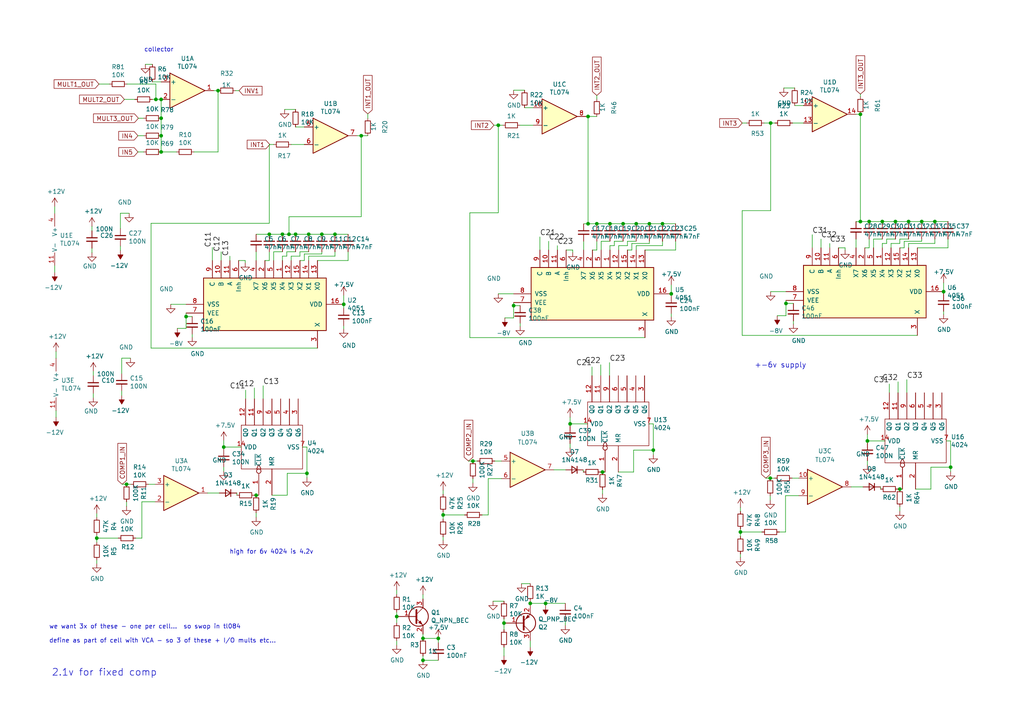
<source format=kicad_sch>
(kicad_sch (version 20211123) (generator eeschema)
  (paper "A4")
  (junction (at 97.155 67.945))
  (junction (at 45.212 28.829))
  (junction (at 194.691 85.217))
  (junction (at 148.971 88.646))
  (junction (at 189.484 130.556))
  (junction (at 144.526 36.322))
  (junction (at 273.685 84.582))
  (junction (at 176.911 64.897))
  (junction (at 227.965 88.011))
  (junction (at 174.752 136.906))
  (junction (at 89.027 137.287))
  (junction (at 128.524 149.352))
  (junction (at 192.151 64.897))
  (junction (at 263.525 64.262))
  (junction (at 158.242 175.006))
  (junction (at 99.695 88.265))
  (junction (at 223.393 138.684))
  (junction (at 64.897 129.667))
  (junction (at 252.095 64.262))
  (junction (at 249.555 64.262))
  (junction (at 275.717 135.509))
  (junction (at 251.587 127.889))
  (junction (at 165.354 122.936))
  (junction (at 188.341 64.897))
  (junction (at 260.985 141.859))
  (junction (at 46.736 44.069))
  (junction (at 214.757 154.305))
  (junction (at 153.797 175.006))
  (junction (at 85.725 67.945))
  (junction (at 267.335 64.262))
  (junction (at 115.062 178.816))
  (junction (at 63.246 26.289))
  (junction (at 74.295 143.637))
  (junction (at 146.177 180.721))
  (junction (at 170.561 33.782))
  (junction (at 180.721 64.897))
  (junction (at 122.682 191.516))
  (junction (at 89.535 67.945))
  (junction (at 46.736 28.829))
  (junction (at 137.16 133.731))
  (junction (at 271.145 64.262))
  (junction (at 122.682 185.166))
  (junction (at 53.975 91.821))
  (junction (at 249.555 33.147))
  (junction (at 46.736 34.29))
  (junction (at 28.067 156.083))
  (junction (at 255.905 64.262))
  (junction (at 78.105 67.945))
  (junction (at 184.531 64.897))
  (junction (at 46.736 39.37))
  (junction (at 259.715 64.262))
  (junction (at 93.345 67.945))
  (junction (at 36.703 140.462))
  (junction (at 170.561 64.897))
  (junction (at 81.915 67.945))
  (junction (at 223.52 35.687))
  (junction (at 83.82 67.945))
  (junction (at 173.101 64.897))
  (junction (at 127.127 185.166))
  (junction (at 104.775 39.37))
  (wire (pts (xy 103.505 39.37) (xy 104.775 39.37)))
  (wire (pts (xy 64.897 129.667) (xy 64.897 130.302)))
  (wire (pts (xy 180.721 64.897) (xy 176.911 64.897)))
  (wire (pts (xy 187.071 72.517) (xy 195.961 72.517)))
  (wire (pts (xy 215.265 35.687) (xy 216.535 35.687)))
  (wire (pts (xy 71.247 115.697) (xy 71.247 113.157)))
  (wire (pts (xy 56.261 44.069) (xy 63.246 44.069)))
  (wire (pts (xy 46.736 34.29) (xy 46.736 39.37)))
  (wire (pts (xy 227.965 88.011) (xy 230.124 88.011)))
  (wire (pts (xy 214.757 160.655) (xy 214.757 161.671)))
  (wire (pts (xy 115.062 185.801) (xy 115.062 187.071)))
  (wire (pts (xy 240.665 71.882) (xy 240.665 70.612)))
  (wire (pts (xy 92.075 75.565) (xy 100.965 75.565)))
  (wire (pts (xy 260.985 146.939) (xy 260.985 148.209)))
  (wire (pts (xy 251.587 133.604) (xy 251.587 134.874)))
  (wire (pts (xy 174.752 136.906) (xy 175.514 136.906)))
  (wire (pts (xy 128.524 149.352) (xy 128.524 150.622)))
  (wire (pts (xy 86.995 74.295) (xy 86.995 73.025)))
  (wire (pts (xy 169.291 72.517) (xy 169.291 69.977)))
  (wire (pts (xy 115.062 177.546) (xy 115.062 178.816)))
  (wire (pts (xy 229.743 138.684) (xy 231.648 138.684)))
  (wire (pts (xy 93.345 73.66) (xy 93.345 73.025)))
  (wire (pts (xy 183.769 136.906) (xy 183.769 130.556)))
  (wire (pts (xy 79.375 75.565) (xy 79.375 73.025)))
  (wire (pts (xy 63.246 44.069) (xy 63.246 26.289)))
  (wire (pts (xy 174.371 69.977) (xy 176.911 69.977)))
  (wire (pts (xy 248.285 33.147) (xy 249.555 33.147)))
  (wire (pts (xy 174.371 72.517) (xy 174.371 69.977)))
  (wire (pts (xy 251.587 125.984) (xy 251.587 127.889)))
  (wire (pts (xy 78.105 64.77) (xy 78.105 41.91)))
  (wire (pts (xy 60.198 143.002) (xy 63.627 143.002)))
  (wire (pts (xy 42.164 18.669) (xy 44.196 18.669)))
  (wire (pts (xy 270.002 141.859) (xy 270.002 135.509)))
  (wire (pts (xy 89.535 75.565) (xy 89.535 74.295)))
  (wire (pts (xy 250.825 71.882) (xy 252.095 71.882)))
  (wire (pts (xy 66.675 75.565) (xy 66.675 74.295)))
  (wire (pts (xy 84.455 75.565) (xy 84.455 74.295)))
  (wire (pts (xy 78.105 75.565) (xy 78.105 73.025)))
  (wire (pts (xy 143.002 174.371) (xy 146.177 174.371)))
  (wire (pts (xy 99.695 88.265) (xy 99.695 89.408)))
  (wire (pts (xy 273.685 84.582) (xy 273.685 82.042)))
  (wire (pts (xy 223.52 61.087) (xy 223.52 35.687)))
  (wire (pts (xy 223.52 35.687) (xy 224.79 35.687)))
  (wire (pts (xy 164.211 72.517) (xy 166.116 72.517)))
  (wire (pts (xy 144.526 36.322) (xy 145.796 36.322)))
  (wire (pts (xy 214.757 153.416) (xy 214.757 154.305)))
  (wire (pts (xy 41.148 156.083) (xy 41.148 145.542)))
  (wire (pts (xy 146.177 179.451) (xy 146.177 180.721)))
  (wire (pts (xy 260.477 141.859) (xy 260.985 141.859)))
  (wire (pts (xy 273.685 90.297) (xy 273.685 91.186)))
  (wire (pts (xy 35.306 113.411) (xy 35.306 114.681)))
  (wire (pts (xy 87.757 129.667) (xy 89.027 129.667)))
  (wire (pts (xy 227.33 25.527) (xy 230.505 25.527)))
  (wire (pts (xy 86.995 73.025) (xy 89.535 73.025)))
  (wire (pts (xy 43.815 100.965) (xy 43.815 64.77)))
  (wire (pts (xy 173.101 72.517) (xy 173.101 69.977)))
  (wire (pts (xy 184.531 64.897) (xy 180.721 64.897)))
  (wire (pts (xy 122.682 172.466) (xy 122.682 173.736)))
  (wire (pts (xy 89.535 74.295) (xy 97.155 74.295)))
  (wire (pts (xy 146.177 180.721) (xy 146.177 182.626)))
  (wire (pts (xy 263.525 70.612) (xy 271.145 70.612)))
  (wire (pts (xy 71.12 75.565) (xy 71.12 76.2)))
  (wire (pts (xy 122.682 191.516) (xy 127.127 191.516)))
  (wire (pts (xy 35.306 108.331) (xy 35.306 103.886)))
  (wire (pts (xy 136.271 61.722) (xy 144.526 61.722)))
  (wire (pts (xy 83.185 73.025) (xy 85.725 73.025)))
  (wire (pts (xy 16.256 101.981) (xy 16.256 103.886)))
  (wire (pts (xy 137.16 133.731) (xy 138.43 133.731)))
  (wire (pts (xy 73.787 143.637) (xy 74.295 143.637)))
  (wire (pts (xy 28.067 156.083) (xy 28.067 157.353)))
  (wire (pts (xy 223.52 84.582) (xy 227.965 84.582)))
  (wire (pts (xy 128.524 155.702) (xy 128.524 156.718)))
  (wire (pts (xy 267.335 64.262) (xy 263.525 64.262)))
  (wire (pts (xy 27.051 114.046) (xy 27.051 115.316)))
  (wire (pts (xy 265.557 141.859) (xy 270.002 141.859)))
  (wire (pts (xy 255.397 141.224) (xy 255.397 141.859)))
  (wire (pts (xy 260.985 69.342) (xy 263.525 69.342)))
  (wire (pts (xy 74.295 143.637) (xy 75.057 143.637)))
  (wire (pts (xy 273.685 84.582) (xy 273.685 85.217)))
  (wire (pts (xy 194.691 85.217) (xy 194.691 85.852)))
  (wire (pts (xy 189.484 122.936) (xy 189.484 130.556)))
  (wire (pts (xy 86.995 75.565) (xy 88.265 75.565)))
  (wire (pts (xy 83.312 137.287) (xy 89.027 137.287)))
  (wire (pts (xy 93.345 67.945) (xy 89.535 67.945)))
  (wire (pts (xy 179.451 72.517) (xy 179.451 71.247)))
  (wire (pts (xy 99.695 94.488) (xy 99.695 95.377)))
  (wire (pts (xy 78.105 67.945) (xy 74.295 67.945)))
  (wire (pts (xy 34.925 66.294) (xy 34.925 61.849)))
  (wire (pts (xy 178.181 71.247) (xy 178.181 69.977)))
  (wire (pts (xy 39.116 28.829) (xy 36.068 28.829)))
  (wire (pts (xy 188.341 70.612) (xy 188.341 69.977)))
  (wire (pts (xy 171.831 72.517) (xy 173.101 72.517)))
  (wire (pts (xy 173.101 27.686) (xy 173.101 28.702)))
  (wire (pts (xy 76.835 75.565) (xy 78.105 75.565)))
  (wire (pts (xy 259.715 64.262) (xy 255.905 64.262)))
  (wire (pts (xy 43.053 140.462) (xy 44.958 140.462)))
  (wire (pts (xy 253.365 69.342) (xy 255.905 69.342)))
  (wire (pts (xy 249.555 27.305) (xy 249.555 28.067)))
  (wire (pts (xy 61.595 75.565) (xy 61.595 71.755)))
  (wire (pts (xy 194.691 90.932) (xy 194.691 91.821)))
  (wire (pts (xy 153.797 187.706) (xy 153.797 185.801)))
  (wire (pts (xy 115.062 171.196) (xy 115.062 172.466)))
  (wire (pts (xy 79.375 73.025) (xy 81.915 73.025)))
  (wire (pts (xy 28.067 162.433) (xy 28.067 163.449)))
  (wire (pts (xy 148.971 88.646) (xy 150.876 88.646)))
  (wire (pts (xy 128.524 148.463) (xy 128.524 149.352)))
  (wire (pts (xy 104.775 39.37) (xy 104.775 62.865)))
  (wire (pts (xy 73.787 115.697) (xy 73.787 112.522)))
  (wire (pts (xy 41.656 44.069) (xy 40.005 44.069)))
  (wire (pts (xy 154.686 31.242) (xy 152.146 31.242)))
  (wire (pts (xy 257.937 113.919) (xy 257.937 111.379)))
  (wire (pts (xy 249.555 33.147) (xy 249.555 64.262)))
  (wire (pts (xy 170.561 64.897) (xy 169.291 64.897)))
  (wire (pts (xy 258.445 70.612) (xy 260.985 70.612)))
  (wire (pts (xy 146.431 92.202) (xy 148.971 92.202)))
  (wire (pts (xy 153.797 175.006) (xy 153.797 174.371)))
  (wire (pts (xy 46.736 44.069) (xy 51.181 44.069)))
  (wire (pts (xy 221.615 35.687) (xy 223.52 35.687)))
  (wire (pts (xy 153.797 175.006) (xy 158.242 175.006)))
  (wire (pts (xy 169.164 136.271) (xy 169.164 136.906)))
  (wire (pts (xy 171.704 108.966) (xy 171.704 106.426)))
  (wire (pts (xy 69.215 75.565) (xy 71.12 75.565)))
  (wire (pts (xy 225.425 91.567) (xy 227.965 91.567)))
  (wire (pts (xy 257.175 69.342) (xy 259.715 69.342)))
  (wire (pts (xy 181.991 69.977) (xy 184.531 69.977)))
  (wire (pts (xy 165.354 122.936) (xy 165.354 123.571)))
  (wire (pts (xy 106.68 33.02) (xy 106.68 34.29)))
  (wire (pts (xy 223.393 138.684) (xy 224.663 138.684)))
  (wire (pts (xy 178.181 69.977) (xy 180.721 69.977)))
  (wire (pts (xy 184.531 72.517) (xy 184.531 71.247)))
  (wire (pts (xy 64.897 127.762) (xy 64.897 129.667)))
  (wire (pts (xy 46.736 23.749) (xy 44.196 23.749)))
  (wire (pts (xy 122.682 190.246) (xy 122.682 191.516)))
  (wire (pts (xy 192.151 64.897) (xy 188.341 64.897)))
  (wire (pts (xy 214.757 147.193) (xy 214.757 148.336)))
  (wire (pts (xy 243.205 71.882) (xy 245.11 71.882)))
  (wire (pts (xy 28.067 155.194) (xy 28.067 156.083)))
  (wire (pts (xy 137.16 138.811) (xy 137.16 140.081)))
  (wire (pts (xy 136.271 97.917) (xy 136.271 61.722)))
  (wire (pts (xy 251.587 127.889) (xy 256.667 127.889)))
  (wire (pts (xy 88.265 73.66) (xy 93.345 73.66)))
  (wire (pts (xy 41.656 39.37) (xy 40.005 39.37)))
  (wire (pts (xy 141.605 149.352) (xy 141.605 138.811)))
  (wire (pts (xy 230.505 30.607) (xy 233.045 30.607)))
  (wire (pts (xy 215.265 61.087) (xy 223.52 61.087)))
  (wire (pts (xy 99.695 85.725) (xy 99.695 88.265)))
  (wire (pts (xy 49.53 88.265) (xy 53.975 88.265)))
  (wire (pts (xy 252.095 64.262) (xy 249.555 64.262)))
  (wire (pts (xy 271.145 70.612) (xy 271.145 69.342)))
  (wire (pts (xy 28.067 148.971) (xy 28.067 150.114)))
  (wire (pts (xy 68.326 26.289) (xy 69.342 26.289)))
  (wire (pts (xy 127.127 185.166) (xy 127.127 186.436)))
  (wire (pts (xy 74.295 75.565) (xy 74.295 73.025)))
  (wire (pts (xy 43.815 64.77) (xy 78.105 64.77)))
  (wire (pts (xy 176.784 108.966) (xy 176.784 105.156)))
  (wire (pts (xy 81.915 74.295) (xy 83.185 74.295)))
  (wire (pts (xy 151.257 169.291) (xy 153.797 169.291)))
  (wire (pts (xy 222.123 138.684) (xy 223.393 138.684)))
  (wire (pts (xy 263.525 64.262) (xy 259.715 64.262)))
  (wire (pts (xy 253.365 71.882) (xy 253.365 69.342)))
  (wire (pts (xy 83.82 62.865) (xy 104.775 62.865)))
  (wire (pts (xy 35.306 103.886) (xy 37.846 103.886)))
  (wire (pts (xy 97.155 67.945) (xy 93.345 67.945)))
  (wire (pts (xy 188.341 64.897) (xy 184.531 64.897)))
  (wire (pts (xy 128.524 149.352) (xy 134.747 149.352)))
  (wire (pts (xy 161.671 72.517) (xy 161.671 71.247)))
  (wire (pts (xy 61.976 26.289) (xy 63.246 26.289)))
  (wire (pts (xy 266.065 71.882) (xy 274.955 71.882)))
  (wire (pts (xy 150.876 36.322) (xy 154.686 36.322)))
  (wire (pts (xy 195.961 64.897) (xy 192.151 64.897)))
  (wire (pts (xy 41.656 34.29) (xy 40.132 34.29)))
  (wire (pts (xy 44.196 28.829) (xy 45.212 28.829)))
  (wire (pts (xy 248.285 71.882) (xy 248.285 69.342)))
  (wire (pts (xy 252.095 71.882) (xy 252.095 69.342)))
  (wire (pts (xy 160.655 136.271) (xy 164.084 136.271)))
  (wire (pts (xy 83.82 67.945) (xy 81.915 67.945)))
  (wire (pts (xy 270.002 135.509) (xy 275.717 135.509)))
  (wire (pts (xy 174.752 141.986) (xy 174.752 143.256)))
  (wire (pts (xy 246.888 141.224) (xy 250.317 141.224)))
  (wire (pts (xy 251.587 127.889) (xy 251.587 128.524)))
  (wire (pts (xy 45.212 24.384) (xy 45.212 28.829)))
  (wire (pts (xy 258.445 71.882) (xy 258.445 70.612)))
  (wire (pts (xy 115.062 178.816) (xy 115.062 180.721)))
  (wire (pts (xy 214.757 154.305) (xy 214.757 155.575)))
  (wire (pts (xy 68.707 143.002) (xy 68.707 143.637)))
  (wire (pts (xy 173.101 64.897) (xy 170.561 64.897)))
  (wire (pts (xy 223.393 143.764) (xy 223.393 145.034)))
  (wire (pts (xy 78.867 143.637) (xy 83.312 143.637)))
  (wire (pts (xy 53.975 91.821) (xy 55.753 91.821)))
  (wire (pts (xy 257.175 70.612) (xy 257.175 69.342)))
  (wire (pts (xy 184.531 71.247) (xy 192.151 71.247)))
  (wire (pts (xy 226.06 154.305) (xy 227.838 154.305)))
  (wire (pts (xy 227.838 143.764) (xy 231.648 143.764)))
  (wire (pts (xy 227.965 88.011) (xy 227.965 91.567)))
  (wire (pts (xy 227.965 87.122) (xy 227.965 88.011)))
  (wire (pts (xy 189.484 130.556) (xy 189.484 131.826)))
  (wire (pts (xy 46.736 39.37) (xy 46.736 44.069)))
  (wire (pts (xy 245.11 71.882) (xy 245.11 72.517)))
  (wire (pts (xy 88.265 36.83) (xy 85.725 36.83)))
  (wire (pts (xy 214.757 154.305) (xy 220.98 154.305)))
  (wire (pts (xy 183.261 72.517) (xy 183.261 70.612)))
  (wire (pts (xy 275.717 135.509) (xy 275.717 136.779)))
  (wire (pts (xy 82.55 31.75) (xy 85.725 31.75)))
  (wire (pts (xy 81.915 75.565) (xy 81.915 74.295)))
  (wire (pts (xy 16.256 119.126) (xy 16.256 121.031)))
  (wire (pts (xy 150.876 93.726) (xy 150.876 94.615)))
  (wire (pts (xy 46.736 28.829) (xy 46.736 34.29)))
  (wire (pts (xy 262.255 71.882) (xy 262.255 69.977)))
  (wire (pts (xy 174.244 108.966) (xy 174.244 105.791)))
  (wire (pts (xy 27.051 107.696) (xy 27.051 108.966)))
  (wire (pts (xy 141.605 138.811) (xy 145.415 138.811)))
  (wire (pts (xy 229.87 35.687) (xy 233.045 35.687)))
  (wire (pts (xy 88.265 75.565) (xy 88.265 73.66)))
  (wire (pts (xy 89.535 67.945) (xy 85.725 67.945)))
  (wire (pts (xy 136.271 97.917) (xy 187.071 97.917)))
  (wire (pts (xy 165.354 128.651) (xy 165.354 129.921)))
  (wire (pts (xy 249.555 64.262) (xy 248.285 64.262)))
  (wire (pts (xy 26.67 72.009) (xy 26.67 73.279)))
  (wire (pts (xy 275.717 127.889) (xy 275.717 135.509)))
  (wire (pts (xy 81.915 67.945) (xy 78.105 67.945)))
  (wire (pts (xy 39.37 156.083) (xy 41.148 156.083)))
  (wire (pts (xy 89.027 129.667) (xy 89.027 137.287)))
  (wire (pts (xy 176.911 72.517) (xy 176.911 71.247)))
  (wire (pts (xy 156.591 72.517) (xy 156.591 68.707)))
  (wire (pts (xy 163.957 181.356) (xy 163.957 180.086)))
  (wire (pts (xy 227.838 154.305) (xy 227.838 143.764)))
  (wire (pts (xy 148.971 88.646) (xy 148.971 92.202)))
  (wire (pts (xy 76.327 115.697) (xy 76.327 111.887)))
  (wire (pts (xy 194.691 85.217) (xy 194.691 82.677)))
  (wire (pts (xy 192.151 71.247) (xy 192.151 69.977)))
  (wire (pts (xy 176.911 64.897) (xy 173.101 64.897)))
  (wire (pts (xy 64.897 129.667) (xy 69.977 129.667)))
  (wire (pts (xy 260.985 71.882) (xy 262.255 71.882)))
  (wire (pts (xy 122.682 183.896) (xy 122.682 185.166)))
  (wire (pts (xy 36.83 24.384) (xy 45.212 24.384)))
  (wire (pts (xy 34.925 71.374) (xy 34.925 72.644)))
  (wire (pts (xy 34.925 61.849) (xy 37.465 61.849)))
  (wire (pts (xy 260.985 141.859) (xy 261.747 141.859)))
  (wire (pts (xy 104.775 39.37) (xy 106.68 39.37)))
  (wire (pts (xy 148.971 26.162) (xy 152.146 26.162)))
  (wire (pts (xy 100.965 67.945) (xy 97.155 67.945)))
  (wire (pts (xy 97.155 74.295) (xy 97.155 73.025)))
  (wire (pts (xy 158.242 175.006) (xy 158.242 175.641)))
  (wire (pts (xy 274.447 127.889) (xy 275.717 127.889)))
  (wire (pts (xy 26.67 65.659) (xy 26.67 66.929)))
  (wire (pts (xy 263.525 71.882) (xy 263.525 70.612)))
  (wire (pts (xy 89.027 137.287) (xy 89.027 138.557)))
  (wire (pts (xy 78.105 41.91) (xy 79.375 41.91)))
  (wire (pts (xy 165.354 122.936) (xy 170.434 122.936)))
  (wire (pts (xy 260.477 113.919) (xy 260.477 110.744)))
  (wire (pts (xy 74.295 148.717) (xy 74.295 149.987)))
  (wire (pts (xy 83.82 62.865) (xy 83.82 67.945)))
  (wire (pts (xy 28.067 156.083) (xy 34.29 156.083)))
  (wire (pts (xy 64.897 135.382) (xy 64.897 136.652)))
  (wire (pts (xy 238.125 71.882) (xy 238.125 69.342)))
  (wire (pts (xy 255.905 64.262) (xy 252.095 64.262)))
  (wire (pts (xy 144.526 85.217) (xy 148.971 85.217)))
  (wire (pts (xy 139.827 149.352) (xy 141.605 149.352)))
  (wire (pts (xy 263.017 113.919) (xy 263.017 110.109)))
  (wire (pts (xy 144.526 61.722) (xy 144.526 36.322)))
  (wire (pts (xy 230.124 93.091) (xy 230.124 93.98)))
  (wire (pts (xy 170.561 33.782) (xy 173.101 33.782)))
  (wire (pts (xy 100.965 75.565) (xy 100.965 73.025)))
  (wire (pts (xy 83.185 74.295) (xy 83.185 73.025)))
  (wire (pts (xy 181.991 71.247) (xy 181.991 69.977)))
  (wire (pts (xy 271.145 64.262) (xy 267.335 64.262)))
  (wire (pts (xy 166.116 72.517) (xy 166.116 73.152)))
  (wire (pts (xy 128.524 142.24) (xy 128.524 143.383)))
  (wire (pts (xy 15.875 59.944) (xy 15.875 61.849)))
  (wire (pts (xy 55.753 96.901) (xy 55.753 97.79)))
  (wire (pts (xy 85.725 67.945) (xy 83.82 67.945)))
  (wire (pts (xy 159.131 72.517) (xy 159.131 69.977)))
  (wire (pts (xy 215.265 97.282) (xy 215.265 61.087)))
  (wire (pts (xy 53.975 90.805) (xy 53.975 91.821)))
  (wire (pts (xy 188.214 122.936) (xy 189.484 122.936)))
  (wire (pts (xy 165.354 121.031) (xy 165.354 122.936)))
  (wire (pts (xy 51.435 95.25) (xy 53.975 95.25)))
  (wire (pts (xy 176.911 71.247) (xy 178.181 71.247)))
  (wire (pts (xy 143.51 133.731) (xy 145.415 133.731)))
  (wire (pts (xy 143.256 36.322) (xy 144.526 36.322)))
  (wire (pts (xy 170.561 33.782) (xy 170.561 64.897)))
  (wire (pts (xy 181.991 72.517) (xy 183.261 72.517)))
  (wire (pts (xy 41.148 145.542) (xy 44.958 145.542)))
  (wire (pts (xy 153.797 175.641) (xy 153.797 175.006)))
  (wire (pts (xy 53.975 91.821) (xy 53.975 95.25)))
  (wire (pts (xy 174.244 136.906) (xy 174.752 136.906)))
  (wire (pts (xy 64.135 75.565) (xy 64.135 73.025)))
  (wire (pts (xy 45.212 28.829) (xy 46.736 28.829)))
  (wire (pts (xy 36.703 140.462) (xy 37.973 140.462)))
  (wire (pts (xy 255.905 70.612) (xy 257.175 70.612)))
  (wire (pts (xy 260.985 70.612) (xy 260.985 69.342)))
  (wire (pts (xy 84.455 74.295) (xy 86.995 74.295)))
  (wire (pts (xy 255.905 71.882) (xy 255.905 70.612)))
  (wire (pts (xy 235.585 71.882) (xy 235.585 68.072)))
  (wire (pts (xy 35.433 140.462) (xy 36.703 140.462)))
  (wire (pts (xy 179.324 136.906) (xy 183.769 136.906)))
  (wire (pts (xy 195.961 72.517) (xy 195.961 69.977)))
  (wire (pts (xy 267.335 69.977) (xy 267.335 69.342)))
  (wire (pts (xy 135.89 133.731) (xy 137.16 133.731)))
  (wire (pts (xy 31.75 24.384) (xy 28.702 24.384)))
  (wire (pts (xy 36.703 145.542) (xy 36.703 146.812)))
  (wire (pts (xy 183.261 70.612) (xy 188.341 70.612)))
  (wire (pts (xy 274.955 71.882) (xy 274.955 69.342)))
  (wire (pts (xy 15.875 77.089) (xy 15.875 78.994)))
  (wire (pts (xy 215.265 97.282) (xy 266.065 97.282)))
  (wire (pts (xy 169.926 33.782) (xy 170.561 33.782)))
  (wire (pts (xy 183.769 130.556) (xy 189.484 130.556)))
  (wire (pts (xy 262.255 69.977) (xy 267.335 69.977)))
  (wire (pts (xy 83.312 143.637) (xy 83.312 137.287)))
  (wire (pts (xy 274.955 64.262) (xy 271.145 64.262)))
  (wire (pts (xy 146.177 190.246) (xy 146.177 187.706)))
  (wire (pts (xy 84.455 41.91) (xy 88.265 41.91)))
  (wire (pts (xy 158.242 175.006) (xy 163.957 175.006)))
  (wire (pts (xy 92.075 100.965) (xy 43.815 100.965)))
  (wire (pts (xy 148.971 87.757) (xy 148.971 88.646)))
  (wire (pts (xy 122.682 185.166) (xy 127.127 185.166)))
  (wire (pts (xy 179.451 71.247) (xy 181.991 71.247)))
  (text "+-6v supply" (at 218.821 106.934 0) (effects (font (size 1.524 1.524)) (justify left bottom)))
  (text "high for 6v 4024 is 4.2v" (at 66.548 160.909 0) (effects (font (size 1.27 1.27)) (justify left bottom)))
  (text "we want 3x of these - one per cell...  so swop in tl084\n\ndefine as part of cell with VCA - so 3 of these + I/O mults etc..." (at 14.224 186.69 0) (effects (font (size 1.27 1.27)) (justify left bottom)))
  (text "2.1v for fixed comp\n" (at 14.986 196.342 0) (effects (font (size 2.0066 2.0066)) (justify left bottom)))
  (text "collector\n" (at 41.783 15.24 0) (effects (font (size 1.27 1.27)) (justify left bottom)))
  (label "C11" (at 61.595 71.755 90) (effects (font (size 1.524 1.524))))
  (label "C12" (at 64.135 73.025 90) (effects (font (size 1.524 1.524))))
  (label "C32" (at 260.477 110.744 180) (effects (font (size 1.524 1.524))))
  (label "C32" (at 238.125 69.342 0) (effects (font (size 1.524 1.524))))
  (label "C22" (at 159.131 69.977 0) (effects (font (size 1.524 1.524))))
  (label "C12" (at 73.787 112.522 180) (effects (font (size 1.524 1.524))))
  (label "C13" (at 76.327 111.887 0) (effects (font (size 1.524 1.524))))
  (label "C13" (at 66.675 74.295 90) (effects (font (size 1.524 1.524))))
  (label "C33" (at 240.665 70.612 0) (effects (font (size 1.524 1.524))))
  (label "C23" (at 176.784 105.156 0) (effects (font (size 1.524 1.524))))
  (label "C21" (at 156.591 68.707 0) (effects (font (size 1.524 1.524))))
  (label "C22" (at 174.244 105.791 180) (effects (font (size 1.524 1.524))))
  (label "C31" (at 235.585 68.072 0) (effects (font (size 1.524 1.524))))
  (label "C21" (at 171.704 106.426 180) (effects (font (size 1.524 1.524))))
  (label "C23" (at 161.671 71.247 0) (effects (font (size 1.524 1.524))))
  (label "C11" (at 71.247 113.157 180) (effects (font (size 1.524 1.524))))
  (label "C33" (at 263.017 110.109 0) (effects (font (size 1.524 1.524))))
  (label "C31" (at 257.937 111.379 180) (effects (font (size 1.524 1.524))))
  (global_label "MULT2_OUT" (shape input) (at 36.068 28.829 180) (property "Intersheet References" "${INTERSHEET_REFS}" (effects hide)))
  (global_label "MULT1_OUT" (shape input) (at 28.702 24.384 180) (property "Intersheet References" "${INTERSHEET_REFS}" (effects hide)))
  (global_label "IN4" (shape input) (at 40.005 39.37 180) (property "Intersheet References" "${INTERSHEET_REFS}" (effects hide)))
  (global_label "COMP2_IN" (shape input) (at 135.89 133.731 90) (property "Intersheet References" "${INTERSHEET_REFS}" (effects hide)))
  (global_label "INT3_OUT" (shape input) (at 249.555 27.305 90) (property "Intersheet References" "${INTERSHEET_REFS}" (effects hide)))
  (global_label "INT3" (shape input) (at 215.265 35.687 180) (property "Intersheet References" "${INTERSHEET_REFS}" (effects hide)))
  (global_label "INT2_OUT" (shape input) (at 173.101 27.686 90) (property "Intersheet References" "${INTERSHEET_REFS}" (effects hide)))
  (global_label "COMP3_IN" (shape input) (at 222.123 138.684 90) (property "Intersheet References" "${INTERSHEET_REFS}" (effects hide)))
  (global_label "IN5" (shape input) (at 40.005 44.069 180) (property "Intersheet References" "${INTERSHEET_REFS}" (effects hide)))
  (global_label "MULT3_OUT" (shape input) (at 40.132 34.29 180) (property "Intersheet References" "${INTERSHEET_REFS}" (effects hide)))
  (global_label "INT1_OUT" (shape input) (at 106.68 33.02 90) (property "Intersheet References" "${INTERSHEET_REFS}" (effects hide)))
  (global_label "INV1" (shape input) (at 69.342 26.289 0) (property "Intersheet References" "${INTERSHEET_REFS}" (effects hide)))
  (global_label "COMP1_IN" (shape input) (at 35.433 140.462 90) (property "Intersheet References" "${INTERSHEET_REFS}" (effects hide)))
  (global_label "INT2" (shape input) (at 143.256 36.322 180) (property "Intersheet References" "${INTERSHEET_REFS}" (effects hide)))
  (global_label "INT1" (shape input) (at 78.232 41.91 180) (property "Intersheet References" "${INTERSHEET_REFS}" (effects hide)))
  (symbol (lib_id "4xxx:4051") (at 76.835 88.265 270) (unit 1)
    (property "Reference" "U2" (at 100.7364 87.0966 90) (effects (justify left)))
    (property "Value" "4051" (at 100.7364 89.408 90) (effects (justify left)))
    (property "Footprint" "Package_SO:SOIC-16_3.9x9.9mm_P1.27mm" (effects hide))
    (property "Datasheet" "http://www.intersil.com/content/dam/Intersil/documents/cd40/cd4051bms-52bms-53bms.pdf" (effects hide))
  )
  (symbol (lib_id "Device:C_Small") (at 74.295 70.485 0) (unit 1)
    (property "Reference" "C5" (at 76.6318 69.3166 0) (effects (justify left)))
    (property "Value" "47nF" (at 76.6318 71.628 0) (effects (justify left)))
    (property "Footprint" "Capacitor_SMD:C_0805_2012Metric" (effects hide))
  )
  (symbol (lib_id "Device:C_Small") (at 78.105 70.485 0) (unit 1)
    (property "Reference" "C6" (at 80.4418 69.3166 0) (effects (justify left)))
    (property "Value" "47nF" (at 80.4418 71.628 0) (effects (justify left)))
    (property "Footprint" "Capacitor_SMD:C_0805_2012Metric" (effects hide))
  )
  (symbol (lib_id "Device:C_Small") (at 81.915 70.485 0) (unit 1)
    (property "Reference" "C7" (at 84.2518 69.3166 0) (effects (justify left)))
    (property "Value" "47nF" (at 84.2518 71.628 0) (effects (justify left)))
    (property "Footprint" "Capacitor_SMD:C_0805_2012Metric" (effects hide))
  )
  (symbol (lib_id "Device:C_Small") (at 85.725 70.485 0) (unit 1)
    (property "Reference" "C8" (at 88.0618 69.3166 0) (effects (justify left)))
    (property "Value" "47nF" (at 88.0618 71.628 0) (effects (justify left)))
    (property "Footprint" "Capacitor_SMD:C_0805_2012Metric" (effects hide))
  )
  (symbol (lib_id "Device:C_Small") (at 89.535 70.485 0) (unit 1)
    (property "Reference" "C9" (at 91.8718 69.3166 0) (effects (justify left)))
    (property "Value" "47nF" (at 91.8718 71.628 0) (effects (justify left)))
    (property "Footprint" "Capacitor_SMD:C_0805_2012Metric" (effects hide))
  )
  (symbol (lib_id "Device:C_Small") (at 93.345 70.485 0) (unit 1)
    (property "Reference" "C11" (at 95.6818 69.3166 0) (effects (justify left)))
    (property "Value" "47nF" (at 95.6818 71.628 0) (effects (justify left)))
    (property "Footprint" "Capacitor_SMD:C_0805_2012Metric" (effects hide))
  )
  (symbol (lib_id "Device:C_Small") (at 97.155 70.485 0) (unit 1)
    (property "Reference" "C12" (at 99.4918 69.3166 0) (effects (justify left)))
    (property "Value" "47nF" (at 99.4918 71.628 0) (effects (justify left)))
    (property "Footprint" "Capacitor_SMD:C_0805_2012Metric" (effects hide))
  )
  (symbol (lib_id "Device:C_Small") (at 100.965 70.485 0) (unit 1)
    (property "Reference" "C14" (at 103.3018 69.3166 0) (effects (justify left)))
    (property "Value" "47nF" (at 103.3018 71.628 0) (effects (justify left)))
    (property "Footprint" "Capacitor_SMD:C_0805_2012Metric" (effects hide))
  )
  (symbol (lib_id "Device:R_Small") (at 53.721 44.069 270) (unit 1)
    (property "Reference" "R10" (at 53.721 39.0906 90))
    (property "Value" "10K" (at 53.721 41.402 90))
    (property "Footprint" "Resistor_SMD:R_0805_2012Metric" (effects hide))
  )
  (symbol (lib_id "power:GND") (at 71.12 76.2 0) (unit 1)
    (property "Reference" "#PWR023" (effects hide))
    (property "Value" "GND" (at 71.247 80.5942 0))
  )
  (symbol (lib_id "power:GND") (at 49.53 88.265 0) (unit 1)
    (property "Reference" "#PWR013" (effects hide))
    (property "Value" "GND" (at 48.26 83.82 0))
  )
  (symbol (lib_id "Device:R_Small") (at 85.725 34.29 180) (unit 1)
    (property "Reference" "R18" (at 87.2236 33.1216 0) (effects (justify right)))
    (property "Value" "10K" (at 87.2236 35.433 0) (effects (justify right)))
    (property "Footprint" "Resistor_SMD:R_0805_2012Metric" (effects hide))
  )
  (symbol (lib_id "Device:R_Small") (at 81.915 41.91 270) (unit 1)
    (property "Reference" "R17" (at 82.423 45.212 90))
    (property "Value" "1K" (at 81.915 39.243 90))
    (property "Footprint" "Resistor_SMD:R_0805_2012Metric" (effects hide))
  )
  (symbol (lib_id "Device:R_Small") (at 230.505 28.067 180) (unit 1)
    (property "Reference" "R24" (at 232.0036 26.8986 0) (effects (justify right)))
    (property "Value" "10K" (at 232.0036 29.21 0) (effects (justify right)))
    (property "Footprint" "Resistor_SMD:R_0805_2012Metric" (effects hide))
  )
  (symbol (lib_id "Device:R_Small") (at 227.33 35.687 270) (unit 1)
    (property "Reference" "R23" (at 227.33 30.7086 90))
    (property "Value" "1K" (at 227.33 33.02 90))
    (property "Footprint" "Resistor_SMD:R_0805_2012Metric" (effects hide))
  )
  (symbol (lib_id "power:GND") (at 227.33 25.527 0) (unit 1)
    (property "Reference" "#PWR051" (effects hide))
    (property "Value" "GND" (at 227.457 29.9212 0))
  )
  (symbol (lib_id "power:GND") (at 82.55 31.75 0) (unit 1)
    (property "Reference" "#PWR026" (effects hide))
    (property "Value" "GND" (at 82.677 36.1442 0))
  )
  (symbol (lib_id "Device:R_Small") (at 115.062 183.261 0) (unit 1)
    (property "Reference" "R2" (at 116.5606 182.0926 0) (effects (justify left)))
    (property "Value" "10K" (at 116.5606 184.404 0) (effects (justify left)))
    (property "Footprint" "Resistor_SMD:R_0805_2012Metric" (effects hide))
  )
  (symbol (lib_id "power:+7.5V") (at 99.695 85.725 0) (unit 1)
    (property "Reference" "#PWR029" (effects hide))
    (property "Value" "+7.5V" (at 99.695 82.55 0))
  )
  (symbol (lib_id "power:-8V") (at 51.435 95.25 180) (unit 1)
    (property "Reference" "#PWR014" (effects hide))
    (property "Value" "-8V" (at 51.054 99.6442 0))
  )
  (symbol (lib_id "Device:R_Small") (at 115.062 175.006 0) (unit 1)
    (property "Reference" "R1" (at 116.5606 173.8376 0) (effects (justify left)))
    (property "Value" "10K" (at 116.5606 176.149 0) (effects (justify left)))
    (property "Footprint" "Resistor_SMD:R_0805_2012Metric" (effects hide))
  )
  (symbol (lib_id "Device:R_Small") (at 122.682 187.706 0) (unit 1)
    (property "Reference" "R3" (at 118.872 187.071 0) (effects (justify left)))
    (property "Value" "1K" (at 124.1806 188.849 0) (effects (justify left)))
    (property "Footprint" "Resistor_SMD:R_0805_2012Metric" (effects hide))
  )
  (symbol (lib_id "power:GND") (at 122.682 191.516 0) (unit 1)
    (property "Reference" "#PWR07" (effects hide))
    (property "Value" "GND" (at 122.809 195.9102 0))
  )
  (symbol (lib_id "power:+12V") (at 115.062 171.196 0) (unit 1)
    (property "Reference" "#PWR04" (effects hide))
    (property "Value" "+12V" (at 115.443 166.8018 0))
  )
  (symbol (lib_id "power:+12V") (at 122.682 172.466 0) (unit 1)
    (property "Reference" "#PWR06" (effects hide))
    (property "Value" "+12V" (at 123.063 168.0718 0))
  )
  (symbol (lib_id "power:GND") (at 115.062 187.071 0) (unit 1)
    (property "Reference" "#PWR05" (effects hide))
    (property "Value" "GND" (at 115.189 191.4652 0))
  )
  (symbol (lib_id "Device:R_Small") (at 146.177 176.911 0) (unit 1)
    (property "Reference" "R7" (at 147.6756 175.7426 0) (effects (justify left)))
    (property "Value" "10K" (at 147.6756 178.054 0) (effects (justify left)))
    (property "Footprint" "Resistor_SMD:R_0805_2012Metric" (effects hide))
  )
  (symbol (lib_id "Device:R_Small") (at 146.177 185.166 0) (unit 1)
    (property "Reference" "R8" (at 147.6756 183.9976 0) (effects (justify left)))
    (property "Value" "10K" (at 147.6756 186.309 0) (effects (justify left)))
    (property "Footprint" "Resistor_SMD:R_0805_2012Metric" (effects hide))
  )
  (symbol (lib_id "Device:R_Small") (at 153.797 171.831 0) (unit 1)
    (property "Reference" "R13" (at 155.2956 170.6626 0) (effects (justify left)))
    (property "Value" "1K" (at 155.2956 172.974 0) (effects (justify left)))
    (property "Footprint" "Resistor_SMD:R_0805_2012Metric" (effects hide))
  )
  (symbol (lib_id "power:GND") (at 143.002 174.371 0) (unit 1)
    (property "Reference" "#PWR011" (effects hide))
    (property "Value" "GND" (at 143.129 178.7652 0))
  )
  (symbol (lib_id "power:GND") (at 151.257 169.291 0) (unit 1)
    (property "Reference" "#PWR015" (effects hide))
    (property "Value" "GND" (at 151.384 173.6852 0))
  )
  (symbol (lib_id "power:-8V") (at 158.242 175.641 180) (unit 1)
    (property "Reference" "#PWR019" (effects hide))
    (property "Value" "-8V" (at 159.766 174.117 0))
  )
  (symbol (lib_id "power:+7.5V") (at 127.127 185.166 0) (unit 1)
    (property "Reference" "#PWR08" (effects hide))
    (property "Value" "+7.5V" (at 127.127 181.991 0))
  )
  (symbol (lib_id "4xxx:4051") (at 250.825 84.582 270) (unit 1)
    (property "Reference" "U6" (at 274.7264 83.4136 90) (effects (justify left)))
    (property "Value" "4051" (at 274.7264 85.725 90) (effects (justify left)))
    (property "Footprint" "Package_SO:SOIC-16_3.9x9.9mm_P1.27mm" (effects hide))
    (property "Datasheet" "http://www.intersil.com/content/dam/Intersil/documents/cd40/cd4051bms-52bms-53bms.pdf" (effects hide))
  )
  (symbol (lib_id "Device:C_Small") (at 248.285 66.802 0) (unit 1)
    (property "Reference" "C28" (at 250.6218 65.6336 0) (effects (justify left)))
    (property "Value" "47nF" (at 250.6218 67.945 0) (effects (justify left)))
    (property "Footprint" "Capacitor_SMD:C_0805_2012Metric" (effects hide))
  )
  (symbol (lib_id "Device:C_Small") (at 252.095 66.802 0) (unit 1)
    (property "Reference" "C29" (at 254.4318 65.6336 0) (effects (justify left)))
    (property "Value" "47nF" (at 254.4318 67.945 0) (effects (justify left)))
    (property "Footprint" "Capacitor_SMD:C_0805_2012Metric" (effects hide))
  )
  (symbol (lib_id "Device:C_Small") (at 255.905 66.802 0) (unit 1)
    (property "Reference" "C30" (at 258.2418 65.6336 0) (effects (justify left)))
    (property "Value" "47nF" (at 258.2418 67.945 0) (effects (justify left)))
    (property "Footprint" "Capacitor_SMD:C_0805_2012Metric" (effects hide))
  )
  (symbol (lib_id "Device:C_Small") (at 259.715 66.802 0) (unit 1)
    (property "Reference" "C31" (at 262.0518 65.6336 0) (effects (justify left)))
    (property "Value" "47nF" (at 262.0518 67.945 0) (effects (justify left)))
    (property "Footprint" "Capacitor_SMD:C_0805_2012Metric" (effects hide))
  )
  (symbol (lib_id "Device:C_Small") (at 263.525 66.802 0) (unit 1)
    (property "Reference" "C32" (at 265.8618 65.6336 0) (effects (justify left)))
    (property "Value" "47nF" (at 265.8618 67.945 0) (effects (justify left)))
    (property "Footprint" "Capacitor_SMD:C_0805_2012Metric" (effects hide))
  )
  (symbol (lib_id "Device:C_Small") (at 267.335 66.802 0) (unit 1)
    (property "Reference" "C33" (at 269.6718 65.6336 0) (effects (justify left)))
    (property "Value" "47nF" (at 269.6718 67.945 0) (effects (justify left)))
    (property "Footprint" "Capacitor_SMD:C_0805_2012Metric" (effects hide))
  )
  (symbol (lib_id "Device:C_Small") (at 271.145 66.802 0) (unit 1)
    (property "Reference" "C35" (at 273.4818 65.6336 0) (effects (justify left)))
    (property "Value" "47nF" (at 273.4818 67.945 0) (effects (justify left)))
    (property "Footprint" "Capacitor_SMD:C_0805_2012Metric" (effects hide))
  )
  (symbol (lib_id "Device:C_Small") (at 274.955 66.802 0) (unit 1)
    (property "Reference" "C37" (at 277.2918 65.6336 0) (effects (justify left)))
    (property "Value" "47nF" (at 277.2918 67.945 0) (effects (justify left)))
    (property "Footprint" "Capacitor_SMD:C_0805_2012Metric" (effects hide))
  )
  (symbol (lib_id "power:GND") (at 245.11 72.517 0) (unit 1)
    (property "Reference" "#PWR052" (effects hide))
    (property "Value" "GND" (at 245.237 76.9112 0))
  )
  (symbol (lib_id "power:GND") (at 223.52 84.582 0) (unit 1)
    (property "Reference" "#PWR049" (effects hide))
    (property "Value" "GND" (at 222.25 80.137 0))
  )
  (symbol (lib_id "power:+7.5V") (at 273.685 82.042 0) (unit 1)
    (property "Reference" "#PWR056" (effects hide))
    (property "Value" "+7.5V" (at 273.685 78.867 0))
  )
  (symbol (lib_id "power:-8V") (at 225.425 91.567 180) (unit 1)
    (property "Reference" "#PWR050" (effects hide))
    (property "Value" "-8V" (at 225.044 95.9612 0))
  )
  (symbol (lib_id "Device:C_Small") (at 163.957 177.546 0) (unit 1)
    (property "Reference" "C4" (at 166.2938 176.3776 0) (effects (justify left)))
    (property "Value" "100nF" (at 166.2938 178.689 0) (effects (justify left)))
    (property "Footprint" "Capacitor_SMD:C_0805_2012Metric" (effects hide))
  )
  (symbol (lib_id "power:GND") (at 163.957 181.356 0) (unit 1)
    (property "Reference" "#PWR022" (effects hide))
    (property "Value" "GND" (at 164.084 185.7502 0))
  )
  (symbol (lib_id "Device:C_Small") (at 127.127 188.976 0) (unit 1)
    (property "Reference" "C3" (at 129.4638 187.8076 0) (effects (justify left)))
    (property "Value" "100nF" (at 129.4638 190.119 0) (effects (justify left)))
    (property "Footprint" "Capacitor_SMD:C_0805_2012Metric" (effects hide))
  )
  (symbol (lib_id "Device:C_Small") (at 273.685 87.757 0) (unit 1)
    (property "Reference" "C36" (at 276.0218 86.5886 0) (effects (justify left)))
    (property "Value" "100nF" (at 276.0218 88.9 0) (effects (justify left)))
    (property "Footprint" "Capacitor_SMD:C_0805_2012Metric" (effects hide))
  )
  (symbol (lib_id "power:GND") (at 273.685 91.186 0) (unit 1)
    (property "Reference" "#PWR057" (effects hide))
    (property "Value" "GND" (at 273.812 95.5802 0))
  )
  (symbol (lib_id "Device:C_Small") (at 99.695 91.948 0) (unit 1)
    (property "Reference" "C13" (at 102.0318 90.7796 0) (effects (justify left)))
    (property "Value" "100nF" (at 102.0318 93.091 0) (effects (justify left)))
    (property "Footprint" "Capacitor_SMD:C_0805_2012Metric" (effects hide))
  )
  (symbol (lib_id "power:GND") (at 99.695 95.377 0) (unit 1)
    (property "Reference" "#PWR030" (effects hide))
    (property "Value" "GND" (at 101.219 100.203 0))
  )
  (symbol (lib_id "Device:Q_PNP_BEC") (at 151.257 180.721 0) (mirror x) (unit 1)
    (property "Reference" "Q2" (at 156.1084 181.8894 0) (effects (justify left)))
    (property "Value" "Q_PNP_BEC" (at 156.1084 179.578 0) (effects (justify left)))
    (property "Footprint" "Package_TO_SOT_SMD:TSOT-23" (effects hide))
  )
  (symbol (lib_id "toad2-rescue:Q_NPN_BEC-device-allcolours_analogue-rescue") (at 120.142 178.816 0) (unit 1)
    (property "Reference" "Q1" (at 124.9934 177.6476 0) (effects (justify left)))
    (property "Value" "Q_NPN_BEC" (at 124.9934 179.959 0) (effects (justify left)))
    (property "Footprint" "Package_TO_SOT_SMD:TSOT-23" (effects hide))
  )
  (symbol (lib_id "power:-12V") (at 153.797 187.706 180) (unit 1)
    (property "Reference" "#PWR018" (effects hide))
    (property "Value" "-12V" (at 153.416 192.1002 0))
  )
  (symbol (lib_id "power:-12V") (at 146.177 190.246 180) (unit 1)
    (property "Reference" "#PWR012" (effects hide))
    (property "Value" "-12V" (at 145.796 194.6402 0))
  )
  (symbol (lib_id "4xxx:4051") (at 171.831 85.217 270) (unit 1)
    (property "Reference" "U5" (at 195.7324 84.0486 90) (effects (justify left)))
    (property "Value" "4051" (at 195.7324 86.36 90) (effects (justify left)))
    (property "Footprint" "Package_SO:SOIC-16_3.9x9.9mm_P1.27mm" (effects hide))
    (property "Datasheet" "http://www.intersil.com/content/dam/Intersil/documents/cd40/cd4051bms-52bms-53bms.pdf" (effects hide))
  )
  (symbol (lib_id "Device:C_Small") (at 169.291 67.437 0) (unit 1)
    (property "Reference" "C17" (at 171.6278 66.2686 0) (effects (justify left)))
    (property "Value" "47nF" (at 171.6278 68.58 0) (effects (justify left)))
    (property "Footprint" "Capacitor_SMD:C_0805_2012Metric" (effects hide))
  )
  (symbol (lib_id "Device:C_Small") (at 173.101 67.437 0) (unit 1)
    (property "Reference" "C18" (at 175.4378 66.2686 0) (effects (justify left)))
    (property "Value" "47nF" (at 175.4378 68.58 0) (effects (justify left)))
    (property "Footprint" "Capacitor_SMD:C_0805_2012Metric" (effects hide))
  )
  (symbol (lib_id "Device:C_Small") (at 176.911 67.437 0) (unit 1)
    (property "Reference" "C19" (at 179.2478 66.2686 0) (effects (justify left)))
    (property "Value" "47nF" (at 179.2478 68.58 0) (effects (justify left)))
    (property "Footprint" "Capacitor_SMD:C_0805_2012Metric" (effects hide))
  )
  (symbol (lib_id "Device:C_Small") (at 180.721 67.437 0) (unit 1)
    (property "Reference" "C20" (at 183.0578 66.2686 0) (effects (justify left)))
    (property "Value" "47nF" (at 183.0578 68.58 0) (effects (justify left)))
    (property "Footprint" "Capacitor_SMD:C_0805_2012Metric" (effects hide))
  )
  (symbol (lib_id "Device:C_Small") (at 184.531 67.437 0) (unit 1)
    (property "Reference" "C21" (at 186.8678 66.2686 0) (effects (justify left)))
    (property "Value" "47nF" (at 186.8678 68.58 0) (effects (justify left)))
    (property "Footprint" "Capacitor_SMD:C_0805_2012Metric" (effects hide))
  )
  (symbol (lib_id "Device:C_Small") (at 188.341 67.437 0) (unit 1)
    (property "Reference" "C22" (at 190.6778 66.2686 0) (effects (justify left)))
    (property "Value" "47nF" (at 190.6778 68.58 0) (effects (justify left)))
    (property "Footprint" "Capacitor_SMD:C_0805_2012Metric" (effects hide))
  )
  (symbol (lib_id "Device:C_Small") (at 192.151 67.437 0) (unit 1)
    (property "Reference" "C23" (at 194.4878 66.2686 0) (effects (justify left)))
    (property "Value" "47nF" (at 194.4878 68.58 0) (effects (justify left)))
    (property "Footprint" "Capacitor_SMD:C_0805_2012Metric" (effects hide))
  )
  (symbol (lib_id "Device:C_Small") (at 195.961 67.437 0) (unit 1)
    (property "Reference" "C25" (at 198.2978 66.2686 0) (effects (justify left)))
    (property "Value" "47nF" (at 198.2978 68.58 0) (effects (justify left)))
    (property "Footprint" "Capacitor_SMD:C_0805_2012Metric" (effects hide))
  )
  (symbol (lib_id "power:GND") (at 166.116 73.152 0) (unit 1)
    (property "Reference" "#PWR040" (effects hide))
    (property "Value" "GND" (at 166.243 77.5462 0))
  )
  (symbol (lib_id "power:GND") (at 144.526 85.217 0) (unit 1)
    (property "Reference" "#PWR035" (effects hide))
    (property "Value" "GND" (at 143.256 80.772 0))
  )
  (symbol (lib_id "power:+7.5V") (at 194.691 82.677 0) (unit 1)
    (property "Reference" "#PWR043" (effects hide))
    (property "Value" "+7.5V" (at 194.691 79.502 0))
  )
  (symbol (lib_id "power:-8V") (at 146.431 92.202 180) (unit 1)
    (property "Reference" "#PWR037" (effects hide))
    (property "Value" "-8V" (at 146.05 96.5962 0))
  )
  (symbol (lib_id "Device:C_Small") (at 194.691 88.392 0) (unit 1)
    (property "Reference" "C24" (at 197.0278 87.2236 0) (effects (justify left)))
    (property "Value" "100nF" (at 197.0278 89.535 0) (effects (justify left)))
    (property "Footprint" "Capacitor_SMD:C_0805_2012Metric" (effects hide))
  )
  (symbol (lib_id "power:GND") (at 194.691 91.821 0) (unit 1)
    (property "Reference" "#PWR044" (effects hide))
    (property "Value" "GND" (at 194.818 96.2152 0))
  )
  (symbol (lib_id "Device:R_Small") (at 152.146 28.702 180) (unit 1)
    (property "Reference" "R22" (at 153.6446 27.5336 0) (effects (justify right)))
    (property "Value" "10K" (at 153.6446 29.845 0) (effects (justify right)))
    (property "Footprint" "Resistor_SMD:R_0805_2012Metric" (effects hide))
  )
  (symbol (lib_id "Device:R_Small") (at 148.336 36.322 270) (unit 1)
    (property "Reference" "R21" (at 148.971 39.37 90))
    (property "Value" "1K" (at 148.336 33.655 90))
    (property "Footprint" "Resistor_SMD:R_0805_2012Metric" (effects hide))
  )
  (symbol (lib_id "power:GND") (at 148.971 26.162 0) (unit 1)
    (property "Reference" "#PWR039" (effects hide))
    (property "Value" "GND" (at 149.098 30.5562 0))
  )
  (symbol (lib_id "Device:R_Small") (at 41.656 28.829 270) (unit 1)
    (property "Reference" "R9" (at 41.656 23.8506 90))
    (property "Value" "10K" (at 41.656 26.162 90))
    (property "Footprint" "Resistor_SMD:R_0805_2012Metric" (effects hide))
  )
  (symbol (lib_id "Amplifier_Operational:TL074") (at 54.356 26.289 0) (unit 1)
    (property "Reference" "U1" (at 54.356 16.9672 0))
    (property "Value" "TL074" (at 54.356 19.2786 0))
    (property "Footprint" "Package_SO:SOIC-14_3.9x8.7mm_P1.27mm" (effects hide))
    (property "Datasheet" "http://www.ti.com/lit/ds/symlink/tl071.pdf" (effects hide))
  )
  (symbol (lib_id "Amplifier_Operational:TL074") (at 95.885 39.37 0) (unit 2)
    (property "Reference" "U1" (at 95.885 30.0482 0))
    (property "Value" "TL074" (at 95.885 32.3596 0))
    (property "Footprint" "Package_SO:SOIC-14_3.9x8.7mm_P1.27mm" (effects hide))
    (property "Datasheet" "http://www.ti.com/lit/ds/symlink/tl071.pdf" (effects hide))
  )
  (symbol (lib_id "Amplifier_Operational:TL074") (at 162.306 33.782 0) (unit 3)
    (property "Reference" "U1" (at 162.306 24.4602 0))
    (property "Value" "TL074" (at 162.306 26.7716 0))
    (property "Footprint" "Package_SO:SOIC-14_3.9x8.7mm_P1.27mm" (effects hide))
    (property "Datasheet" "http://www.ti.com/lit/ds/symlink/tl071.pdf" (effects hide))
  )
  (symbol (lib_id "Amplifier_Operational:TL074") (at 240.665 33.147 0) (unit 4)
    (property "Reference" "U1" (at 240.665 23.8252 0))
    (property "Value" "TL074" (at 240.665 26.1366 0))
    (property "Footprint" "Package_SO:SOIC-14_3.9x8.7mm_P1.27mm" (effects hide))
    (property "Datasheet" "http://www.ti.com/lit/ds/symlink/tl071.pdf" (effects hide))
  )
  (symbol (lib_id "Amplifier_Operational:TL074") (at 18.415 69.469 0) (unit 5)
    (property "Reference" "U1" (at 17.3482 68.3006 0) (effects (justify left)))
    (property "Value" "TL074" (at 17.3482 70.612 0) (effects (justify left)))
    (property "Footprint" "Package_SO:SOIC-14_3.9x8.7mm_P1.27mm" (effects hide))
    (property "Datasheet" "http://www.ti.com/lit/ds/symlink/tl071.pdf" (effects hide))
  )
  (symbol (lib_id "power:+12V") (at 15.875 59.944 0) (unit 1)
    (property "Reference" "#PWR041" (effects hide))
    (property "Value" "+12V" (at 16.256 55.5498 0))
  )
  (symbol (lib_id "power:-12V") (at 15.875 78.994 180) (unit 1)
    (property "Reference" "#PWR042" (effects hide))
    (property "Value" "-12V" (at 15.494 83.3882 0))
  )
  (symbol (lib_id "Device:C_Small") (at 26.67 69.469 0) (unit 1)
    (property "Reference" "C26" (at 29.0068 68.3006 0) (effects (justify left)))
    (property "Value" "100N" (at 27.686 66.421 0) (effects (justify left)))
    (property "Footprint" "Capacitor_SMD:C_0805_2012Metric" (effects hide))
  )
  (symbol (lib_id "Device:C_Small") (at 34.925 68.834 0) (unit 1)
    (property "Reference" "C27" (at 37.2618 67.6656 0) (effects (justify left)))
    (property "Value" "100N" (at 37.2618 69.977 0) (effects (justify left)))
    (property "Footprint" "Capacitor_SMD:C_0805_2012Metric" (effects hide))
  )
  (symbol (lib_id "toad2-rescue:+12V-power-allcolours_analogue-rescue") (at 26.67 65.659 0) (unit 1)
    (property "Reference" "#PWR045" (effects hide))
    (property "Value" "+12V-power" (at 27.051 61.2648 0))
  )
  (symbol (lib_id "power:-12V") (at 34.925 72.644 180) (unit 1)
    (property "Reference" "#PWR047" (effects hide))
    (property "Value" "-12V" (at 34.544 77.0382 0))
  )
  (symbol (lib_id "power:GND") (at 26.67 73.279 0) (unit 1)
    (property "Reference" "#PWR046" (effects hide))
    (property "Value" "GND" (at 26.035 77.216 0))
  )
  (symbol (lib_id "power:GND") (at 37.465 61.849 0) (unit 1)
    (property "Reference" "#PWR048" (effects hide))
    (property "Value" "GND" (at 36.195 58.674 0))
  )
  (symbol (lib_id "Device:R_Small") (at 44.196 21.209 180) (unit 1)
    (property "Reference" "R6" (at 45.6946 20.0406 0) (effects (justify right)))
    (property "Value" "10K" (at 45.6946 22.352 0) (effects (justify right)))
    (property "Footprint" "Resistor_SMD:R_0805_2012Metric" (effects hide))
  )
  (symbol (lib_id "power:GND") (at 42.164 18.669 0) (unit 1)
    (property "Reference" "#PWR010" (effects hide))
    (property "Value" "GND" (at 42.291 23.0632 0))
  )
  (symbol (lib_id "Device:R_Small") (at 44.196 39.37 270) (unit 1)
    (property "Reference" "R79" (at 48.514 36.957 90))
    (property "Value" "10K" (at 44.196 36.703 90))
    (property "Footprint" "Resistor_SMD:R_0805_2012Metric" (effects hide))
  )
  (symbol (lib_id "Device:R_Small") (at 44.196 34.29 270) (unit 1)
    (property "Reference" "R78" (at 48.514 31.877 90))
    (property "Value" "10K" (at 44.196 31.623 90))
    (property "Footprint" "Resistor_SMD:R_0805_2012Metric" (effects hide))
  )
  (symbol (lib_id "Device:R_Small") (at 34.29 24.384 270) (unit 1)
    (property "Reference" "R81" (at 34.29 19.4056 90))
    (property "Value" "10K" (at 34.29 21.717 90))
    (property "Footprint" "Resistor_SMD:R_0805_2012Metric" (effects hide))
  )
  (symbol (lib_id "Device:R_Small") (at 28.067 159.893 180) (unit 1)
    (property "Reference" "R5" (at 33.0454 159.893 90))
    (property "Value" "10K" (at 30.734 159.893 90))
    (property "Footprint" "Resistor_SMD:R_0805_2012Metric" (effects hide))
  )
  (symbol (lib_id "Device:R_Small") (at 140.97 133.731 270) (unit 1)
    (property "Reference" "R29" (at 140.97 128.7526 90))
    (property "Value" "10K" (at 140.97 131.064 90))
    (property "Footprint" "Resistor_SMD:R_0805_2012Metric" (effects hide))
  )
  (symbol (lib_id "power:GND") (at 27.051 115.316 0) (unit 1)
    (property "Reference" "#PWR020" (effects hide))
    (property "Value" "GND" (at 26.416 119.253 0))
  )
  (symbol (lib_id "power:GND") (at 137.16 140.081 0) (unit 1)
    (property "Reference" "#PWR055" (effects hide))
    (property "Value" "GND" (at 137.287 144.4752 0))
  )
  (symbol (lib_id "Device:R_Small") (at 223.393 141.224 180) (unit 1)
    (property "Reference" "R55" (at 228.3714 141.224 90))
    (property "Value" "100K" (at 226.06 141.224 90))
    (property "Footprint" "Resistor_SMD:R_0805_2012Metric" (effects hide))
  )
  (symbol (lib_id "Device:R_Small") (at 28.067 152.654 180) (unit 1)
    (property "Reference" "R4" (at 33.0454 152.654 90))
    (property "Value" "47K" (at 30.734 152.654 90))
    (property "Footprint" "Resistor_SMD:R_0805_2012Metric" (effects hide))
  )
  (symbol (lib_id "power:-12V") (at 35.306 114.681 180) (unit 1)
    (property "Reference" "#PWR025" (effects hide))
    (property "Value" "-12V" (at 34.925 119.0752 0))
  )
  (symbol (lib_id "power:GND") (at 214.757 161.671 0) (unit 1)
    (property "Reference" "#PWR091" (effects hide))
    (property "Value" "GND" (at 214.884 166.0652 0))
  )
  (symbol (lib_id "Device:R_Small") (at 137.287 149.352 270) (unit 1)
    (property "Reference" "R28" (at 137.541 151.892 90))
    (property "Value" "10K" (at 137.287 146.685 90))
    (property "Footprint" "Resistor_SMD:R_0805_2012Metric" (effects hide))
  )
  (symbol (lib_id "Device:R_Small") (at 173.101 31.242 180) (unit 1)
    (property "Reference" "R46" (at 178.0794 31.242 90))
    (property "Value" "1K" (at 174.752 31.115 90))
    (property "Footprint" "Resistor_SMD:R_0805_2012Metric" (effects hide))
  )
  (symbol (lib_id "power:GND") (at 189.484 131.826 0) (unit 1)
    (property "Reference" "#PWR087" (effects hide))
    (property "Value" "GND" (at 189.611 136.2202 0))
  )
  (symbol (lib_id "power:+7.5V") (at 64.897 127.762 0) (unit 1)
    (property "Reference" "#PWR032" (effects hide))
    (property "Value" "+7.5V" (at 65.278 123.3678 0))
  )
  (symbol (lib_id "Device:C_Small") (at 251.587 131.064 0) (unit 1)
    (property "Reference" "C47" (at 253.9238 129.8956 0) (effects (justify left)))
    (property "Value" "100N" (at 253.9238 132.207 0) (effects (justify left)))
    (property "Footprint" "Capacitor_SMD:C_0805_2012Metric" (effects hide))
  )
  (symbol (lib_id "Device:R_Small") (at 227.203 138.684 270) (unit 1)
    (property "Reference" "R59" (at 227.203 133.7056 90))
    (property "Value" "10K" (at 227.203 136.017 90))
    (property "Footprint" "Resistor_SMD:R_0805_2012Metric" (effects hide))
  )
  (symbol (lib_id "Device:R_Small") (at 137.16 136.271 180) (unit 1)
    (property "Reference" "R27" (at 142.1384 136.271 90))
    (property "Value" "100K" (at 139.827 136.271 90))
    (property "Footprint" "Resistor_SMD:R_0805_2012Metric" (effects hide))
  )
  (symbol (lib_id "Device:R_Small") (at 74.295 146.177 180) (unit 1)
    (property "Reference" "R19" (at 79.2734 146.177 90))
    (property "Value" "1K" (at 76.962 146.177 90))
    (property "Footprint" "Resistor_SMD:R_0805_2012Metric" (effects hide))
  )
  (symbol (lib_id "4xxx_IEEE:4024") (at 266.827 127.889 90) (unit 1)
    (property "Reference" "U16" (at 275.7932 126.7206 90) (effects (justify right)))
    (property "Value" "4024" (at 275.7932 129.032 90) (effects (justify right)))
    (property "Footprint" "Package_SO:SOIC-14_3.9x8.7mm_P1.27mm" (effects hide))
  )
  (symbol (lib_id "power:+12V") (at 128.524 142.24 0) (unit 1)
    (property "Reference" "#PWR053" (effects hide))
    (property "Value" "+12V" (at 128.905 137.8458 0))
  )
  (symbol (lib_id "power:GND") (at 275.717 136.779 0) (unit 1)
    (property "Reference" "#PWR0102" (effects hide))
    (property "Value" "GND" (at 275.844 141.1732 0))
  )
  (symbol (lib_id "4xxx_IEEE:4024") (at 180.594 122.936 90) (unit 1)
    (property "Reference" "U13" (at 189.5602 121.7676 90) (effects (justify right)))
    (property "Value" "4024" (at 189.5602 124.079 90) (effects (justify right)))
    (property "Footprint" "Package_SO:SOIC-14_3.9x8.7mm_P1.27mm" (effects hide))
  )
  (symbol (lib_id "Device:D_Small") (at 252.857 141.224 180) (unit 1)
    (property "Reference" "D8" (at 252.857 136.017 0))
    (property "Value" "1N4148" (at 252.857 138.3284 0))
    (property "Footprint" "Diode_SMD:D_SOD-123" (effects hide))
  )
  (symbol (lib_id "power:GND") (at 230.124 93.98 0) (unit 1)
    (property "Reference" "#PWR095" (effects hide))
    (property "Value" "GND" (at 231.648 98.806 0))
  )
  (symbol (lib_id "power:GND") (at 165.354 129.921 0) (unit 1)
    (property "Reference" "#PWR060" (effects hide))
    (property "Value" "GND" (at 164.084 126.746 0))
  )
  (symbol (lib_id "power:+12V") (at 16.256 101.981 0) (unit 1)
    (property "Reference" "#PWR09" (effects hide))
    (property "Value" "+12V" (at 16.637 97.5868 0))
  )
  (symbol (lib_id "Device:R_Small") (at 65.786 26.289 270) (unit 1)
    (property "Reference" "R32" (at 65.786 21.3106 90))
    (property "Value" "1K" (at 65.659 24.638 90))
    (property "Footprint" "Resistor_SMD:R_0805_2012Metric" (effects hide))
  )
  (symbol (lib_id "power:-12V") (at 16.256 121.031 180) (unit 1)
    (property "Reference" "#PWR016" (effects hide))
    (property "Value" "-12V" (at 15.875 125.4252 0))
  )
  (symbol (lib_id "power:GND") (at 64.897 136.652 0) (unit 1)
    (property "Reference" "#PWR033" (effects hide))
    (property "Value" "GND" (at 63.627 133.477 0))
  )
  (symbol (lib_id "Amplifier_Operational:TL074") (at 52.578 143.002 0) (unit 1)
    (property "Reference" "U3" (at 52.578 133.6802 0))
    (property "Value" "TL074" (at 52.578 135.9916 0))
    (property "Footprint" "Package_SO:SOIC-14_3.9x8.7mm_P1.27mm" (effects hide))
    (property "Datasheet" "http://www.ti.com/lit/ds/symlink/tl071.pdf" (effects hide))
  )
  (symbol (lib_id "power:GND") (at 36.703 146.812 0) (unit 1)
    (property "Reference" "#PWR027" (effects hide))
    (property "Value" "GND" (at 36.83 151.2062 0))
  )
  (symbol (lib_id "toad2-rescue:+12V-power-allcolours_analogue-rescue") (at 27.051 107.696 0) (unit 1)
    (property "Reference" "#PWR017" (effects hide))
    (property "Value" "+12V-power" (at 27.432 103.3018 0))
  )
  (symbol (lib_id "power:GND") (at 223.393 145.034 0) (unit 1)
    (property "Reference" "#PWR093" (effects hide))
    (property "Value" "GND" (at 223.52 149.4282 0))
  )
  (symbol (lib_id "power:+12V") (at 214.757 147.193 0) (unit 1)
    (property "Reference" "#PWR088" (effects hide))
    (property "Value" "+12V" (at 215.138 142.7988 0))
  )
  (symbol (lib_id "Device:R_Small") (at 223.52 154.305 270) (unit 1)
    (property "Reference" "R58" (at 223.774 156.845 90))
    (property "Value" "10K" (at 223.52 151.638 90))
    (property "Footprint" "Resistor_SMD:R_0805_2012Metric" (effects hide))
  )
  (symbol (lib_id "4xxx_IEEE:4024") (at 80.137 129.667 90) (unit 1)
    (property "Reference" "U4" (at 89.1032 128.4986 90) (effects (justify right)))
    (property "Value" "4024" (at 89.1032 130.81 90) (effects (justify right)))
    (property "Footprint" "Package_SO:SOIC-14_3.9x8.7mm_P1.27mm" (effects hide))
  )
  (symbol (lib_id "power:GND") (at 150.876 94.615 0) (unit 1)
    (property "Reference" "#PWR058" (effects hide))
    (property "Value" "GND" (at 152.4 99.441 0))
  )
  (symbol (lib_id "Device:C_Small") (at 55.753 94.361 0) (unit 1)
    (property "Reference" "C16" (at 58.0898 93.1926 0) (effects (justify left)))
    (property "Value" "100nF" (at 58.0898 95.504 0) (effects (justify left)))
    (property "Footprint" "Capacitor_SMD:C_0805_2012Metric" (effects hide))
  )
  (symbol (lib_id "power:+7.5V") (at 251.587 125.984 0) (unit 1)
    (property "Reference" "#PWR096" (effects hide))
    (property "Value" "+7.5V" (at 251.968 121.5898 0))
  )
  (symbol (lib_id "Device:C_Small") (at 165.354 126.111 0) (unit 1)
    (property "Reference" "C39" (at 167.6908 124.9426 0) (effects (justify left)))
    (property "Value" "100N" (at 167.6908 127.254 0) (effects (justify left)))
    (property "Footprint" "Capacitor_SMD:C_0805_2012Metric" (effects hide))
  )
  (symbol (lib_id "Device:R_Small") (at 128.524 145.923 180) (unit 1)
    (property "Reference" "R25" (at 133.5024 145.923 90))
    (property "Value" "47K" (at 131.191 145.923 90))
    (property "Footprint" "Resistor_SMD:R_0805_2012Metric" (effects hide))
  )
  (symbol (lib_id "Device:R_Small") (at 214.757 150.876 180) (unit 1)
    (property "Reference" "R48" (at 219.7354 150.876 90))
    (property "Value" "47K" (at 217.424 150.876 90))
    (property "Footprint" "Resistor_SMD:R_0805_2012Metric" (effects hide))
  )
  (symbol (lib_id "Device:R_Small") (at 219.075 35.687 270) (unit 1)
    (property "Reference" "R53" (at 219.71 38.735 90))
    (property "Value" "1K" (at 219.075 33.02 90))
    (property "Footprint" "Resistor_SMD:R_0805_2012Metric" (effects hide))
  )
  (symbol (lib_id "Amplifier_Operational:TL074") (at 239.268 141.224 0) (unit 3)
    (property "Reference" "U3" (at 239.268 130.81 0))
    (property "Value" "TL074" (at 239.268 133.35 0))
    (property "Footprint" "Package_SO:SOIC-14_3.9x8.7mm_P1.27mm" (effects hide))
    (property "Datasheet" "http://www.ti.com/lit/ds/symlink/tl071.pdf" (effects hide))
  )
  (symbol (lib_id "Device:R_Small") (at 249.555 30.607 180) (unit 1)
    (property "Reference" "R61" (at 254.5334 30.607 90))
    (property "Value" "1K" (at 251.206 30.48 90))
    (property "Footprint" "Resistor_SMD:R_0805_2012Metric" (effects hide))
  )
  (symbol (lib_id "Device:R_Small") (at 257.937 141.859 270) (unit 1)
    (property "Reference" "R62" (at 257.937 144.272 90))
    (property "Value" "1K" (at 257.937 139.192 90))
    (property "Footprint" "Resistor_SMD:R_0805_2012Metric" (effects hide))
  )
  (symbol (lib_id "Device:D_Small") (at 66.167 143.002 180) (unit 1)
    (property "Reference" "D3" (at 66.167 137.795 0))
    (property "Value" "1N4148" (at 66.167 140.1064 0))
    (property "Footprint" "Diode_SMD:D_SOD-123" (effects hide))
  )
  (symbol (lib_id "Device:R_Small") (at 36.703 143.002 180) (unit 1)
    (property "Reference" "R11" (at 41.6814 143.002 90))
    (property "Value" "100K" (at 39.37 143.002 90))
    (property "Footprint" "Resistor_SMD:R_0805_2012Metric" (effects hide))
  )
  (symbol (lib_id "Device:R_Small") (at 128.524 153.162 180) (unit 1)
    (property "Reference" "R26" (at 133.5024 153.162 90))
    (property "Value" "10K" (at 131.191 153.162 90))
    (property "Footprint" "Resistor_SMD:R_0805_2012Metric" (effects hide))
  )
  (symbol (lib_id "Device:C_Small") (at 230.124 90.551 0) (unit 1)
    (property "Reference" "C46" (at 232.4608 89.3826 0) (effects (justify left)))
    (property "Value" "100nF" (at 232.4608 91.694 0) (effects (justify left)))
    (property "Footprint" "Capacitor_SMD:C_0805_2012Metric" (effects hide))
  )
  (symbol (lib_id "Device:R_Small") (at 260.985 144.399 180) (unit 1)
    (property "Reference" "R64" (at 265.9634 144.399 90))
    (property "Value" "1K" (at 263.652 144.399 90))
    (property "Footprint" "Resistor_SMD:R_0805_2012Metric" (effects hide))
  )
  (symbol (lib_id "power:GND") (at 128.524 156.718 0) (unit 1)
    (property "Reference" "#PWR054" (effects hide))
    (property "Value" "GND" (at 128.651 161.1122 0))
  )
  (symbol (lib_id "power:GND") (at 174.752 143.256 0) (unit 1)
    (property "Reference" "#PWR062" (effects hide))
    (property "Value" "GND" (at 174.879 147.6502 0))
  )
  (symbol (lib_id "power:GND") (at 260.985 148.209 0) (unit 1)
    (property "Reference" "#PWR0101" (effects hide))
    (property "Value" "GND" (at 261.112 152.6032 0))
  )
  (symbol (lib_id "Device:C_Small") (at 150.876 91.186 0) (unit 1)
    (property "Reference" "C38" (at 153.2128 90.0176 0) (effects (justify left)))
    (property "Value" "100nF" (at 153.2128 92.329 0) (effects (justify left)))
    (property "Footprint" "Capacitor_SMD:C_0805_2012Metric" (effects hide))
  )
  (symbol (lib_id "Device:R_Small") (at 171.704 136.906 270) (unit 1)
    (property "Reference" "R31" (at 171.704 139.319 90))
    (property "Value" "1K" (at 171.704 134.239 90))
    (property "Footprint" "Resistor_SMD:R_0805_2012Metric" (effects hide))
  )
  (symbol (lib_id "Device:D_Small") (at 166.624 136.271 180) (unit 1)
    (property "Reference" "D7" (at 166.624 131.064 0))
    (property "Value" "1N4148" (at 166.624 133.3754 0))
    (property "Footprint" "Diode_SMD:D_SOD-123" (effects hide))
  )
  (symbol (lib_id "power:GND") (at 55.753 97.79 0) (unit 1)
    (property "Reference" "#PWR031" (effects hide))
    (property "Value" "GND" (at 57.277 102.616 0))
  )
  (symbol (lib_id "power:GND") (at 251.587 134.874 0) (unit 1)
    (property "Reference" "#PWR098" (effects hide))
    (property "Value" "GND" (at 250.317 131.699 0))
  )
  (symbol (lib_id "Amplifier_Operational:TL074") (at 153.035 136.271 0) (unit 2)
    (property "Reference" "U3" (at 153.035 125.73 0))
    (property "Value" "TL074" (at 153.035 128.27 0))
    (property "Footprint" "Package_SO:SOIC-14_3.9x8.7mm_P1.27mm" (effects hide))
    (property "Datasheet" "http://www.ti.com/lit/ds/symlink/tl071.pdf" (effects hide))
  )
  (symbol (lib_id "power:GND") (at 28.067 163.449 0) (unit 1)
    (property "Reference" "#PWR024" (effects hide))
    (property "Value" "GND" (at 28.194 167.8432 0))
  )
  (symbol (lib_id "power:GND") (at 74.295 149.987 0) (unit 1)
    (property "Reference" "#PWR036" (effects hide))
    (property "Value" "GND" (at 74.422 154.3812 0))
  )
  (symbol (lib_id "Device:R_Small") (at 40.513 140.462 270) (unit 1)
    (property "Reference" "R14" (at 40.513 135.4836 90))
    (property "Value" "10K" (at 40.513 137.795 90))
    (property "Footprint" "Resistor_SMD:R_0805_2012Metric" (effects hide))
  )
  (symbol (lib_id "Device:R_Small") (at 214.757 158.115 180) (unit 1)
    (property "Reference" "R49" (at 219.7354 158.115 90))
    (property "Value" "10K" (at 217.424 158.115 90))
    (property "Footprint" "Resistor_SMD:R_0805_2012Metric" (effects hide))
  )
  (symbol (lib_id "power:GND") (at 89.027 138.557 0) (unit 1)
    (property "Reference" "#PWR038" (effects hide))
    (property "Value" "GND" (at 89.154 142.9512 0))
  )
  (symbol (lib_id "power:+12V") (at 28.067 148.971 0) (unit 1)
    (property "Reference" "#PWR021" (effects hide))
    (property "Value" "+12V" (at 28.448 144.5768 0))
  )
  (symbol (lib_id "power:GND") (at 37.846 103.886 0) (unit 1)
    (property "Reference" "#PWR028" (effects hide))
    (property "Value" "GND" (at 36.576 100.711 0))
  )
  (symbol (lib_id "Device:C_Small") (at 64.897 132.842 0) (unit 1)
    (property "Reference" "C34" (at 67.2338 131.6736 0) (effects (justify left)))
    (property "Value" "100N" (at 67.2338 133.985 0) (effects (justify left)))
    (property "Footprint" "Capacitor_SMD:C_0805_2012Metric" (effects hide))
  )
  (symbol (lib_id "Device:R_Small") (at 36.83 156.083 270) (unit 1)
    (property "Reference" "R12" (at 37.084 158.623 90))
    (property "Value" "10K" (at 36.83 153.416 90))
    (property "Footprint" "Resistor_SMD:R_0805_2012Metric" (effects hide))
  )
  (symbol (lib_id "Device:C_Small") (at 27.051 111.506 0) (unit 1)
    (property "Reference" "C10" (at 29.3878 110.3376 0) (effects (justify left)))
    (property "Value" "100N" (at 28.067 108.458 0) (effects (justify left)))
    (property "Footprint" "Capacitor_SMD:C_0805_2012Metric" (effects hide))
  )
  (symbol (lib_id "Device:R_Small") (at 174.752 139.446 180) (unit 1)
    (property "Reference" "R47" (at 179.7304 139.446 90))
    (property "Value" "1K" (at 177.419 139.446 90))
    (property "Footprint" "Resistor_SMD:R_0805_2012Metric" (effects hide))
  )
  (symbol (lib_id "Device:C_Small") (at 35.306 110.871 0) (unit 1)
    (property "Reference" "C15" (at 37.6428 109.7026 0) (effects (justify left)))
    (property "Value" "100N" (at 37.6428 112.014 0) (effects (justify left)))
    (property "Footprint" "Capacitor_SMD:C_0805_2012Metric" (effects hide))
  )
  (symbol (lib_id "Device:R_Small") (at 106.68 36.83 180) (unit 1)
    (property "Reference" "R20" (at 111.6584 36.83 90))
    (property "Value" "1K" (at 108.331 36.703 90))
    (property "Footprint" "Resistor_SMD:R_0805_2012Metric" (effects hide))
  )
  (symbol (lib_id "Device:R_Small") (at 44.196 44.069 270) (unit 1)
    (property "Reference" "R69" (at 48.514 41.656 90))
    (property "Value" "10K" (at 44.196 41.402 90))
    (property "Footprint" "Resistor_SMD:R_0805_2012Metric" (effects hide))
  )
  (symbol (lib_id "Amplifier_Operational:TL074") (at 18.796 111.506 0) (unit 5)
    (property "Reference" "U3" (at 17.7292 110.3376 0) (effects (justify left)))
    (property "Value" "TL074" (at 17.7292 112.649 0) (effects (justify left)))
    (property "Footprint" "Package_SO:SOIC-14_3.9x8.7mm_P1.27mm" (effects hide))
    (property "Datasheet" "http://www.ti.com/lit/ds/symlink/tl071.pdf" (effects hide))
  )
  (symbol (lib_id "power:+7.5V") (at 165.354 121.031 0) (unit 1)
    (property "Reference" "#PWR059" (effects hide))
    (property "Value" "+7.5V" (at 165.735 116.6368 0))
  )
  (symbol (lib_id "Device:R_Small") (at 71.247 143.637 270) (unit 1)
    (property "Reference" "R15" (at 71.247 146.05 90))
    (property "Value" "1K" (at 71.247 140.97 90))
    (property "Footprint" "Resistor_SMD:R_0805_2012Metric" (effects hide))
  )
)
</source>
